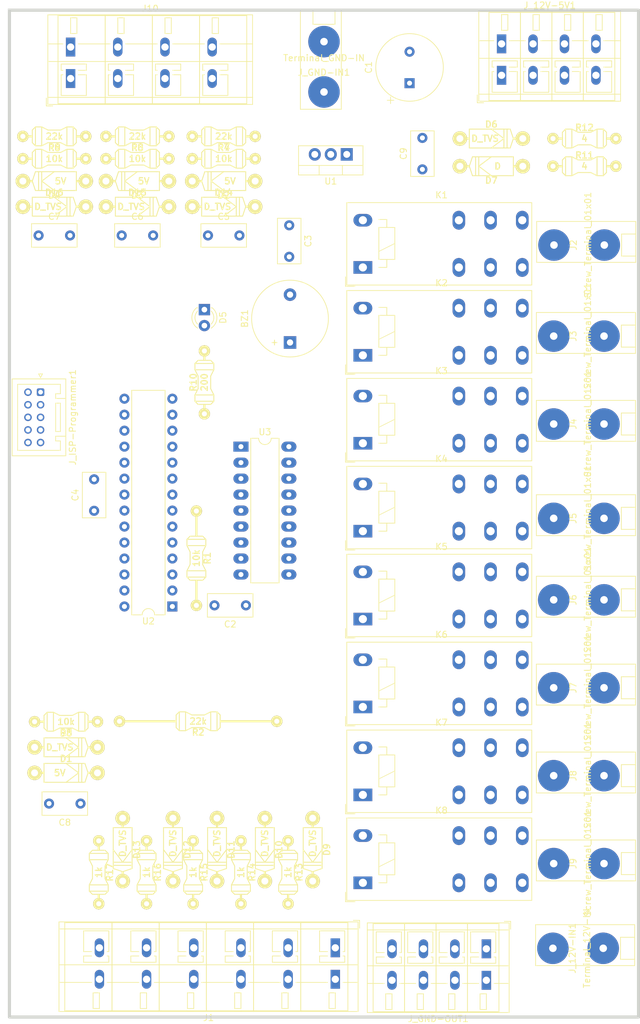
<source format=kicad_pcb>
(kicad_pcb (version 20211014) (generator pcbnew)
  (layers (0 "F.Cu" signal) (31 "B.Cu" signal) (34 "B.Paste" user) (35 "F.Paste" user) (36 "B.SilkS" user "B.Silkscreen") (37 "F.SilkS" user "F.Silkscreen") (38 "B.Mask" user) (39 "F.Mask" user) (44 "Edge.Cuts" user))
  (net 0 "")
  (net 1 "/PB6 (buzzer)")
  (net 2 "GND")
  (net 3 "+12V")
  (net 4 "/PC6 Reset")
  (net 5 "+5V")
  (net 6 "/PC0 (analog in U_supply)")
  (net 7 "/PB1 (in)")
  (net 8 "/PB0 (in)")
  (net 9 "/PC5 (in)")
  (net 10 "/PC4 (in)")
  (net 11 "Net-(J2-Pad1)")
  (net 12 "Net-(J3-Pad1)")
  (net 13 "Net-(J4-Pad1)")
  (net 14 "Net-(J5-Pad1)")
  (net 15 "Net-(J6-Pad1)")
  (net 16 "Net-(J7-Pad1)")
  (net 17 "Net-(J8-Pad1)")
  (net 18 "Net-(J9-Pad1)")
  (net 19 "/PB3 (MOSI)")
  (net 20 "/PB5 (SCK)")
  (net 21 "/PB4 (MISO)")
  (net 23 "Net-(K1-PadA2)")
  (net 25 "Net-(K2-PadA2)")
  (net 27 "Net-(K3-PadA2)")
  (net 29 "Net-(K4-PadA2)")
  (net 31 "Net-(K5-PadA2)")
  (net 33 "Net-(K6-PadA2)")
  (net 35 "Net-(K7-PadA2)")
  (net 38 "Net-(K8-PadA2)")
  (net 39 "/PC1 (in pulldown)")
  (net 40 "/PC2 (in pulldown)")
  (net 41 "/PC3 (in pulldown)")
  (net 42 "/PB7 (led)")
  (net 43 "/PB2 (in)")
  (net 44 "/PD0 - (ULN-I8)")
  (net 45 "/PD1 - (ULN-I7)")
  (net 46 "/PD2 - (ULN-I6)")
  (net 47 "/PD3 - (ULN-I5)")
  (net 48 "/PD4 - (ULN-I4)")
  (net 49 "/PD7 - (ULN-I1)")
  (net 50 "Net-(C1-Pad1)")
  (net 51 "Net-(D6-Pad1)")
  (net 52 "Net-(R13-Pad2)")
  (net 53 "Net-(R14-Pad2)")
  (net 54 "Net-(R15-Pad2)")
  (net 55 "Net-(R16-Pad2)")
  (net 56 "Net-(R17-Pad2)")
  (net 57 "Net-(J10-Pad1)")
  (net 58 "Net-(J10-Pad2)")
  (net 59 "Net-(J10-Pad3)")
  (net 60 "Net-(D5-Pad2)")
  (net 61 "/PB7 - (ULN-I2)")
  (net 62 "/PB6 - (ULN-I3)")
  (footprint "custom_footprints:my_D10_11" (layer "F.Cu") (at 85.344 42.164 180)
    (fp_text reference "D3" (at 0 -2.25) (layer "F.SilkS") (effects (font (thickness 0.2))))
    (fp_text value "5V" (at -1 0) (layer "F.SilkS") (effects (font (thickness 0.2))))
    (pad "1" thru_hole circle locked (at 5 0 180) (size 2.3 2.3) (drill 1.1) (layers *.Cu *.Mask "F.SilkS") (net 40 "/PC2 (in pulldown)"))
    (pad "2" thru_hole circle locked (at -5 0 180) (size 2.3 2.3) (drill 1.1) (layers *.Cu *.Mask "F.SilkS") (net 2 "GND"))
  )
  (footprint "Relay_THT:Relay_SPDT_Schrack-RT1-16A-FormC_RM5mm" (layer "F.Cu") (at 121.178 153.67)
    (fp_text reference "K8" (at 12.5 -11.5) (layer "F.SilkS"))
    (fp_text value "RT314A24")
    (pad "11" thru_hole oval (at 20.3 -7.5 180) (size 2 3) (drill 1.3) (layers *.Cu *.Mask))
    (pad "11" thru_hole oval (at 20.3 0 180) (size 2 3) (drill 1.3) (layers *.Cu *.Mask))
    (pad "12" thru_hole oval (at 15.26 0 180) (size 2 3) (drill 1.3) (layers *.Cu *.Mask))
    (pad "12" thru_hole oval (at 15.26 -7.5 180) (size 2 3) (drill 1.3) (layers *.Cu *.Mask))
    (pad "14" thru_hole oval (at 25.34 0 180) (size 2 3) (drill 1.3) (layers *.Cu *.Mask) (net 18 "Net-(J9-Pad1)"))
    (pad "14" thru_hole oval (at 25.34 -7.5 180) (size 2 3) (drill 1.3) (layers *.Cu *.Mask) (net 18 "Net-(J9-Pad1)"))
    (pad "A1" thru_hole rect (at 0 0 180) (size 3 2) (drill 1.3) (layers *.Cu *.Mask) (net 3 "+12V"))
    (pad "A2" thru_hole oval (at 0 -7.5 180) (size 3 2) (drill 1.3) (layers *.Cu *.Mask) (net 38 "Net-(K8-PadA2)"))
  )
  (footprint "custom_footprints:my_R10" (layer "F.Cu") (at 85.344 38.608)
    (fp_text reference "R5" (at 0 -1.75) (layer "F.SilkS") (effects (font (thickness 0.2))))
    (fp_text value "10k" (at 0 0) (layer "F.SilkS") (effects (font (thickness 0.2))))
    (pad "1" thru_hole circle locked (at -5 0) (size 1.8 1.8) (drill 0.8) (layers *.Cu *.Mask "F.SilkS") (net 40 "/PC2 (in pulldown)"))
    (pad "2" thru_hole circle locked (at 5 0) (size 1.8 1.8) (drill 0.8) (layers *.Cu *.Mask "F.SilkS") (net 2 "GND"))
  )
  (footprint "custom_footprints:my_R10" (layer "F.Cu") (at 109.3 152 -90)
    (fp_text reference "R13" (at 0 -1.75 90) (layer "F.SilkS") (effects (font (thickness 0.2))))
    (fp_text value "1k" (at 0 0 90) (layer "F.SilkS") (effects (font (thickness 0.2))))
    (pad "1" thru_hole circle locked (at -5 0 270) (size 1.8 1.8) (drill 0.8) (layers *.Cu *.Mask "F.SilkS") (net 10 "/PC4 (in)"))
    (pad "2" thru_hole circle locked (at 5 0 270) (size 1.8 1.8) (drill 0.8) (layers *.Cu *.Mask "F.SilkS") (net 52 "Net-(R13-Pad2)"))
  )
  (footprint "Relay_THT:Relay_SPDT_Schrack-RT1-16A-FormC_RM5mm" (layer "F.Cu") (at 121.178 125.73)
    (fp_text reference "K6" (at 12.5 -11.5) (layer "F.SilkS"))
    (fp_text value "RT314A24")
    (pad "11" thru_hole oval (at 20.3 0 180) (size 2 3) (drill 1.3) (layers *.Cu *.Mask) (net 3 "+12V"))
    (pad "11" thru_hole oval (at 20.3 -7.5 180) (size 2 3) (drill 1.3) (layers *.Cu *.Mask) (net 3 "+12V"))
    (pad "12" thru_hole oval (at 15.26 -7.5 180) (size 2 3) (drill 1.3) (layers *.Cu *.Mask))
    (pad "12" thru_hole oval (at 15.26 0 180) (size 2 3) (drill 1.3) (layers *.Cu *.Mask))
    (pad "14" thru_hole oval (at 25.34 0 180) (size 2 3) (drill 1.3) (layers *.Cu *.Mask) (net 16 "Net-(J7-Pad1)"))
    (pad "14" thru_hole oval (at 25.34 -7.5 180) (size 2 3) (drill 1.3) (layers *.Cu *.Mask) (net 16 "Net-(J7-Pad1)"))
    (pad "A1" thru_hole rect (at 0 0 180) (size 3 2) (drill 1.3) (layers *.Cu *.Mask) (net 3 "+12V"))
    (pad "A2" thru_hole oval (at 0 -7.5 180) (size 3 2) (drill 1.3) (layers *.Cu *.Mask) (net 33 "Net-(K6-PadA2)"))
  )
  (footprint "custom_footprints:my_KlemmeWago2604-single" (layer "F.Cu") (at 159.512 150.614 -90)
    (fp_text reference "J9" (at 0 4.9 90) (layer "F.SilkS"))
    (fp_text value "Screw_Terminal_01x01" (at 0 2.6 90) (layer "F.SilkS"))
    (pad "1" thru_hole circle (at 0 0 270) (size 5 5) (drill 1.2) (layers *.Cu *.Mask) (net 18 "Net-(J9-Pad1)"))
    (pad "1" thru_hole circle (at 0 8 270) (size 5 5) (drill 1.2) (layers *.Cu *.Mask) (net 18 "Net-(J9-Pad1)"))
  )
  (footprint "LED_THT:LED_D3.0mm" (layer "F.Cu") (at 95.99 62.585 -90)
    (fp_text reference "D5" (at 1.27 -2.96 90) (layer "F.SilkS"))
    (fp_text value "LED")
    (pad "1" thru_hole rect (at 0 0 270) (size 1.8 1.8) (drill 0.9) (layers *.Cu *.Mask) (net 2 "GND"))
    (pad "2" thru_hole circle (at 2.54 0 270) (size 1.8 1.8) (drill 0.9) (layers *.Cu *.Mask) (net 60 "Net-(D5-Pad2)"))
  )
  (footprint "Capacitor_THT:CP_Radial_Tantal_D10.5mm_P5.00mm" (layer "F.Cu") (at 128.6 26.6 90)
    (fp_text reference "C1" (at 2.5 -6.5 90) (layer "F.SilkS"))
    (fp_text value "100uF")
    (pad "1" thru_hole rect (at 0 0 90) (size 1.6 1.6) (drill 0.8) (layers *.Cu *.Mask) (net 50 "Net-(C1-Pad1)"))
    (pad "2" thru_hole circle (at 5 0 90) (size 1.6 1.6) (drill 0.8) (layers *.Cu *.Mask) (net 2 "GND"))
  )
  (footprint "Package_DIP:DIP-28_W7.62mm" (layer "F.Cu") (at 90.9 109.76 180)
    (fp_text reference "U2" (at 3.81 -2.33) (layer "F.SilkS"))
    (fp_text value "ATmega8-16P")
    (pad "1" thru_hole rect (at 0 0 180) (size 1.6 1.6) (drill 0.8) (layers *.Cu *.Mask) (net 4 "/PC6 Reset"))
    (pad "2" thru_hole oval (at 0 2.54 180) (size 1.6 1.6) (drill 0.8) (layers *.Cu *.Mask) (net 44 "/PD0 - (ULN-I8)"))
    (pad "3" thru_hole oval (at 0 5.08 180) (size 1.6 1.6) (drill 0.8) (layers *.Cu *.Mask) (net 45 "/PD1 - (ULN-I7)"))
    (pad "4" thru_hole oval (at 0 7.62 180) (size 1.6 1.6) (drill 0.8) (layers *.Cu *.Mask) (net 46 "/PD2 - (ULN-I6)"))
    (pad "5" thru_hole oval (at 0 10.16 180) (size 1.6 1.6) (drill 0.8) (layers *.Cu *.Mask) (net 47 "/PD3 - (ULN-I5)"))
    (pad "6" thru_hole oval (at 0 12.7 180) (size 1.6 1.6) (drill 0.8) (layers *.Cu *.Mask) (net 48 "/PD4 - (ULN-I4)"))
    (pad "7" thru_hole oval (at 0 15.24 180) (size 1.6 1.6) (drill 0.8) (layers *.Cu *.Mask) (net 5 "+5V"))
    (pad "8" thru_hole oval (at 0 17.78 180) (size 1.6 1.6) (drill 0.8) (layers *.Cu *.Mask) (net 2 "GND"))
    (pad "9" thru_hole oval (at 0 20.32 180) (size 1.6 1.6) (drill 0.8) (layers *.Cu *.Mask) (net 62 "/PB6 - (ULN-I3)"))
    (pad "10" thru_hole oval (at 0 22.86 180) (size 1.6 1.6) (drill 0.8) (layers *.Cu *.Mask) (net 61 "/PB7 - (ULN-I2)"))
    (pad "11" thru_hole oval (at 0 25.4 180) (size 1.6 1.6) (drill 0.8) (layers *.Cu *.Mask) (net 49 "/PD7 - (ULN-I1)"))
    (pad "12" thru_hole oval (at 0 27.94 180) (size 1.6 1.6) (drill 0.8) (layers *.Cu *.Mask) (net 1 "/PB6 (buzzer)"))
    (pad "13" thru_hole oval (at 0 30.48 180) (size 1.6 1.6) (drill 0.8) (layers *.Cu *.Mask) (net 42 "/PB7 (led)"))
    (pad "14" thru_hole oval (at 0 33.02 180) (size 1.6 1.6) (drill 0.8) (layers *.Cu *.Mask) (net 39 "/PC1 (in pulldown)"))
    (pad "15" thru_hole oval (at 7.62 33.02 180) (size 1.6 1.6) (drill 0.8) (layers *.Cu *.Mask) (net 40 "/PC2 (in pulldown)"))
    (pad "16" thru_hole oval (at 7.62 30.48 180) (size 1.6 1.6) (drill 0.8) (layers *.Cu *.Mask) (net 41 "/PC3 (in pulldown)"))
    (pad "17" thru_hole oval (at 7.62 27.94 180) (size 1.6 1.6) (drill 0.8) (layers *.Cu *.Mask) (net 19 "/PB3 (MOSI)"))
    (pad "18" thru_hole oval (at 7.62 25.4 180) (size 1.6 1.6) (drill 0.8) (layers *.Cu *.Mask) (net 21 "/PB4 (MISO)"))
    (pad "19" thru_hole oval (at 7.62 22.86 180) (size 1.6 1.6) (drill 0.8) (layers *.Cu *.Mask) (net 20 "/PB5 (SCK)"))
    (pad "20" thru_hole oval (at 7.62 20.32 180) (size 1.6 1.6) (drill 0.8) (layers *.Cu *.Mask) (net 5 "+5V"))
    (pad "21" thru_hole oval (at 7.62 17.78 180) (size 1.6 1.6) (drill 0.8) (layers *.Cu *.Mask) (net 5 "+5V"))
    (pad "22" thru_hole oval (at 7.62 15.24 180) (size 1.6 1.6) (drill 0.8) (layers *.Cu *.Mask) (net 2 "GND"))
    (pad "23" thru_hole oval (at 7.62 12.7 180) (size 1.6 1.6) (drill 0.8) (layers *.Cu *.Mask) (net 6 "/PC0 (analog in U_supply)"))
    (pad "24" thru_hole oval (at 7.62 10.16 180) (size 1.6 1.6) (drill 0.8) (layers *.Cu *.Mask) (net 43 "/PB2 (in)"))
    (pad "25" thru_hole oval (at 7.62 7.62 180) (size 1.6 1.6) (drill 0.8) (layers *.Cu *.Mask) (net 7 "/PB1 (in)"))
    (pad "26" thru_hole oval (at 7.62 5.08 180) (size 1.6 1.6) (drill 0.8) (layers *.Cu *.Mask) (net 8 "/PB0 (in)"))
    (pad "27" thru_hole oval (at 7.62 2.54 180) (size 1.6 1.6) (drill 0.8) (layers *.Cu *.Mask) (net 9 "/PC5 (in)"))
    (pad "28" thru_hole oval (at 7.62 0 180) (size 1.6 1.6) (drill 0.8) (layers *.Cu *.Mask) (net 10 "/PC4 (in)"))
  )
  (footprint "Capacitor_THT:C_Rect_L7.0mm_W3.5mm_P5.00mm" (layer "F.Cu") (at 130.641 40.3 90)
    (fp_text reference "C9" (at 2.5 -3 90) (layer "F.SilkS"))
    (fp_text value "0.3uF")
    (pad "1" thru_hole circle (at 0 0 90) (size 1.6 1.6) (drill 0.8) (layers *.Cu *.Mask) (net 50 "Net-(C1-Pad1)"))
    (pad "2" thru_hole circle (at 5 0 90) (size 1.6 1.6) (drill 0.8) (layers *.Cu *.Mask) (net 2 "GND"))
  )
  (footprint "custom_footprints:my_R10" (layer "F.Cu") (at 72.136 35.052 180)
    (fp_text reference "R9" (at 0 -1.75) (layer "F.SilkS") (effects (font (thickness 0.2))))
    (fp_text value "22k" (at 0 0) (layer "F.SilkS") (effects (font (thickness 0.2))))
    (pad "1" thru_hole circle locked (at -5 0 180) (size 1.8 1.8) (drill 0.8) (layers *.Cu *.Mask "F.SilkS") (net 57 "Net-(J10-Pad1)"))
    (pad "2" thru_hole circle locked (at 5 0 180) (size 1.8 1.8) (drill 0.8) (layers *.Cu *.Mask "F.SilkS") (net 41 "/PC3 (in pulldown)"))
  )
  (footprint "custom_footprints:my_R10" (layer "F.Cu") (at 99.06 38.608)
    (fp_text reference "R4" (at 0 -1.75) (layer "F.SilkS") (effects (font (thickness 0.2))))
    (fp_text value "10k" (at 0 0) (layer "F.SilkS") (effects (font (thickness 0.2))))
    (pad "1" thru_hole circle locked (at -5 0) (size 1.8 1.8) (drill 0.8) (layers *.Cu *.Mask "F.SilkS") (net 39 "/PC1 (in pulldown)"))
    (pad "2" thru_hole circle locked (at 5 0) (size 1.8 1.8) (drill 0.8) (layers *.Cu *.Mask "F.SilkS") (net 2 "GND"))
  )
  (footprint "Capacitor_THT:C_Rect_L7.0mm_W3.5mm_P5.00mm" (layer "F.Cu") (at 102.594 109.58 180)
    (fp_text reference "C2" (at 2.5 -3) (layer "F.SilkS"))
    (fp_text value "100nF")
    (pad "1" thru_hole circle (at 0 0 180) (size 1.6 1.6) (drill 0.8) (layers *.Cu *.Mask) (net 2 "GND"))
    (pad "2" thru_hole circle (at 5 0 180) (size 1.6 1.6) (drill 0.8) (layers *.Cu *.Mask) (net 4 "/PC6 Reset"))
  )
  (footprint "Connector_JST:JST_PUD_B10B-PUDSS_2x05_P2.00mm_Vertical" (layer "F.Cu") (at 69.951 75.7035 -90)
    (fp_text reference "J_ISP-Programmer1" (at 4 -5.1 90) (layer "F.SilkS"))
    (fp_text value "Conn_02x05_Odd_Even")
    (pad "1" thru_hole roundrect (at 0 0 270) (size 1.2 1.2) (drill 0.75) (layers *.Cu *.Mask) (roundrect_rratio 0.208333) (net 19 "/PB3 (MOSI)"))
    (pad "2" thru_hole circle (at 0 2 270) (size 1.2 1.2) (drill 0.75) (layers *.Cu *.Mask) (net 5 "+5V"))
    (pad "3" thru_hole circle (at 2 0 270) (size 1.2 1.2) (drill 0.75) (layers *.Cu *.Mask) (net 2 "GND"))
    (pad "4" thru_hole circle (at 2 2 270) (size 1.2 1.2) (drill 0.75) (layers *.Cu *.Mask) (net 2 "GND"))
    (pad "5" thru_hole circle (at 4 0 270) (size 1.2 1.2) (drill 0.75) (layers *.Cu *.Mask) (net 4 "/PC6 Reset"))
    (pad "6" thru_hole circle (at 4 2 270) (size 1.2 1.2) (drill 0.75) (layers *.Cu *.Mask) (net 2 "GND"))
    (pad "7" thru_hole circle (at 6 0 270) (size 1.2 1.2) (drill 0.75) (layers *.Cu *.Mask) (net 20 "/PB5 (SCK)"))
    (pad "8" thru_hole circle (at 6 2 270) (size 1.2 1.2) (drill 0.75) (layers *.Cu *.Mask) (net 2 "GND"))
    (pad "9" thru_hole circle (at 8 0 270) (size 1.2 1.2) (drill 0.75) (layers *.Cu *.Mask) (net 21 "/PB4 (MISO)"))
    (pad "10" thru_hole circle (at 8 2 270) (size 1.2 1.2) (drill 0.75) (layers *.Cu *.Mask) (net 2 "GND"))
  )
  (footprint "custom_footprints:my_R10" (layer "F.Cu") (at 156.4 35.4)
    (fp_text reference "R12" (at 0 -1.75) (layer "F.SilkS") (effects (font (thickness 0.2))))
    (fp_text value "4" (at 0 0) (layer "F.SilkS") (effects (font (thickness 0.2))))
    (pad "1" thru_hole circle locked (at -5 0) (size 1.8 1.8) (drill 0.8) (layers *.Cu *.Mask "F.SilkS") (net 51 "Net-(D6-Pad1)"))
    (pad "2" thru_hole circle locked (at 5 0) (size 1.8 1.8) (drill 0.8) (layers *.Cu *.Mask "F.SilkS") (net 3 "+12V"))
  )
  (footprint "custom_footprints:my_KlemmeWago2604-single" (layer "F.Cu") (at 159.512 122.674 -90)
    (fp_text reference "J7" (at 0 4.9 90) (layer "F.SilkS"))
    (fp_text value "Screw_Terminal_01x01" (at 0 2.6 90) (layer "F.SilkS"))
    (pad "1" thru_hole circle (at 0 0 270) (size 5 5) (drill 1.2) (layers *.Cu *.Mask) (net 16 "Net-(J7-Pad1)"))
    (pad "1" thru_hole circle (at 0 8 270) (size 5 5) (drill 1.2) (layers *.Cu *.Mask) (net 16 "Net-(J7-Pad1)"))
  )
  (footprint "custom_footprints:my_D10_11" (layer "F.Cu") (at 141.6 35.4)
    (fp_text reference "D6" (at 0 -2.25) (layer "F.SilkS") (effects (font (thickness 0.2))))
    (fp_text value "D_TVS" (at -1 0) (layer "F.SilkS") (effects (font (thickness 0.2))))
    (pad "1" thru_hole circle locked (at 5 0) (size 2.3 2.3) (drill 1.1) (layers *.Cu *.Mask "F.SilkS") (net 51 "Net-(D6-Pad1)"))
    (pad "2" thru_hole circle locked (at -5 0) (size 2.3 2.3) (drill 1.1) (layers *.Cu *.Mask "F.SilkS") (net 2 "GND"))
  )
  (footprint "Relay_THT:Relay_SPDT_Schrack-RT1-16A-FormC_RM5mm" (layer "F.Cu") (at 121.178 97.79)
    (fp_text reference "K4" (at 12.5 -11.5) (layer "F.SilkS"))
    (fp_text value "RT314A24")
    (pad "11" thru_hole oval (at 20.3 0 180) (size 2 3) (drill 1.3) (layers *.Cu *.Mask) (net 3 "+12V"))
    (pad "11" thru_hole oval (at 20.3 -7.5 180) (size 2 3) (drill 1.3) (layers *.Cu *.Mask) (net 3 "+12V"))
    (pad "12" thru_hole oval (at 15.26 -7.5 180) (size 2 3) (drill 1.3) (layers *.Cu *.Mask))
    (pad "12" thru_hole oval (at 15.26 0 180) (size 2 3) (drill 1.3) (layers *.Cu *.Mask))
    (pad "14" thru_hole oval (at 25.34 -7.5 180) (size 2 3) (drill 1.3) (layers *.Cu *.Mask) (net 14 "Net-(J5-Pad1)"))
    (pad "14" thru_hole oval (at 25.34 0 180) (size 2 3) (drill 1.3) (layers *.Cu *.Mask) (net 14 "Net-(J5-Pad1)"))
    (pad "A1" thru_hole rect (at 0 0 180) (size 3 2) (drill 1.3) (layers *.Cu *.Mask) (net 3 "+12V"))
    (pad "A2" thru_hole oval (at 0 -7.5 180) (size 3 2) (drill 1.3) (layers *.Cu *.Mask) (net 29 "Net-(K4-PadA2)"))
  )
  (footprint "Relay_THT:Relay_SPDT_Schrack-RT1-16A-FormC_RM5mm" (layer "F.Cu") (at 121.178 55.88)
    (fp_text reference "K1" (at 12.5 -11.5) (layer "F.SilkS"))
    (fp_text value "RT314A24")
    (pad "11" thru_hole oval (at 20.3 0 180) (size 2 3) (drill 1.3) (layers *.Cu *.Mask) (net 3 "+12V"))
    (pad "11" thru_hole oval (at 20.3 -7.5 180) (size 2 3) (drill 1.3) (layers *.Cu *.Mask) (net 3 "+12V"))
    (pad "12" thru_hole oval (at 15.26 0 180) (size 2 3) (drill 1.3) (layers *.Cu *.Mask))
    (pad "12" thru_hole oval (at 15.26 -7.5 180) (size 2 3) (drill 1.3) (layers *.Cu *.Mask))
    (pad "14" thru_hole oval (at 25.34 0 180) (size 2 3) (drill 1.3) (layers *.Cu *.Mask) (net 11 "Net-(J2-Pad1)"))
    (pad "14" thru_hole oval (at 25.34 -7.5 180) (size 2 3) (drill 1.3) (layers *.Cu *.Mask) (net 11 "Net-(J2-Pad1)"))
    (pad "A1" thru_hole rect (at 0 0 180) (size 3 2) (drill 1.3) (layers *.Cu *.Mask) (net 3 "+12V"))
    (pad "A2" thru_hole oval (at 0 -7.5 180) (size 3 2) (drill 1.3) (layers *.Cu *.Mask) (net 23 "Net-(K1-PadA2)"))
  )
  (footprint "custom_footprints:my_D10_11" (layer "F.Cu") (at 141.6 39.8 180)
    (fp_text reference "D7" (at 0 -2.25) (layer "F.SilkS") (effects (font (thickness 0.2))))
    (fp_text value "D" (at -1 0) (layer "F.SilkS") (effects (font (thickness 0.2))))
    (pad "1" thru_hole circle locked (at 5 0 180) (size 2.3 2.3) (drill 1.1) (layers *.Cu *.Mask "F.SilkS") (net 50 "Net-(C1-Pad1)"))
    (pad "2" thru_hole circle locked (at -5 0 180) (size 2.3 2.3) (drill 1.1) (layers *.Cu *.Mask "F.SilkS") (net 51 "Net-(D6-Pad1)"))
  )
  (footprint "custom_footprints:my_KlemmeWago2604-single" (layer "F.Cu") (at 115 20)
    (fp_text reference "J_GND-IN1" (at 0 4.9) (layer "F.SilkS"))
    (fp_text value "Terminal_GND-IN" (at 0 2.6) (layer "F.SilkS"))
    (pad "1" thru_hole circle (at 0 0) (size 5 5) (drill 1.2) (layers *.Cu *.Mask) (net 2 "GND"))
    (pad "1" thru_hole circle (at 0 8) (size 5 5) (drill 1.2) (layers *.Cu *.Mask) (net 2 "GND"))
  )
  (footprint "Capacitor_THT:C_Rect_L7.0mm_W3.5mm_P5.00mm" (layer "F.Cu") (at 96.56 50.8)
    (fp_text reference "C5" (at 2.5 -3) (layer "F.SilkS"))
    (fp_text value "100nF")
    (pad "1" thru_hole circle (at 0 0) (size 1.6 1.6) (drill 0.8) (layers *.Cu *.Mask) (net 39 "/PC1 (in pulldown)"))
    (pad "2" thru_hole circle (at 5 0) (size 1.6 1.6) (drill 0.8) (layers *.Cu *.Mask) (net 2 "GND"))
  )
  (footprint "Capacitor_THT:C_Rect_L7.0mm_W3.5mm_P5.00mm" (layer "F.Cu") (at 82.844 50.8)
    (fp_text reference "C6" (at 2.5 -3) (layer "F.SilkS"))
    (fp_text value "100nF")
    (pad "1" thru_hole circle (at 0 0) (size 1.6 1.6) (drill 0.8) (layers *.Cu *.Mask) (net 40 "/PC2 (in pulldown)"))
    (pad "2" thru_hole circle (at 5 0) (size 1.6 1.6) (drill 0.8) (layers *.Cu *.Mask) (net 2 "GND"))
  )
  (footprint "custom_footprints:my_D10_11" (layer "F.Cu") (at 85.344 46.228)
    (fp_text reference "D15" (at 0 -2.25) (layer "F.SilkS") (effects (font (thickness 0.2))))
    (fp_text value "D_TVS" (at -1 0) (layer "F.SilkS") (effects (font (thickness 0.2))))
    (pad "1" thru_hole circle locked (at 5 0) (size 2.3 2.3) (drill 1.1) (layers *.Cu *.Mask "F.SilkS") (net 2 "GND"))
    (pad "2" thru_hole circle locked (at -5 0) (size 2.3 2.3) (drill 1.1) (layers *.Cu *.Mask "F.SilkS") (net 40 "/PC2 (in pulldown)"))
  )
  (footprint "custom_footprints:my_KlemmeWago2604-single" (layer "F.Cu") (at 159.512 66.794 -90)
    (fp_text reference "J3" (at 0 4.9 90) (layer "F.SilkS"))
    (fp_text value "Screw_Terminal_01x01" (at 0 2.6 90) (layer "F.SilkS"))
    (pad "1" thru_hole circle (at 0 8 270) (size 5 5) (drill 1.2) (layers *.Cu *.Mask) (net 12 "Net-(J3-Pad1)"))
    (pad "1" thru_hole circle (at 0 0 270) (size 5 5) (drill 1.2) (layers *.Cu *.Mask) (net 12 "Net-(J3-Pad1)"))
  )
  (footprint "custom_footprints:my_R10" (layer "F.Cu") (at 95.99 74.147 90)
    (fp_text reference "R10" (at 0 -1.75 90) (layer "F.SilkS") (effects (font (thickness 0.2))))
    (fp_text value "200" (at 0 0 90) (layer "F.SilkS") (effects (font (thickness 0.2))))
    (pad "1" thru_hole circle locked (at -5 0 90) (size 1.8 1.8) (drill 0.8) (layers *.Cu *.Mask "F.SilkS") (net 42 "/PB7 (led)"))
    (pad "2" thru_hole circle locked (at 5 0 90) (size 1.8 1.8) (drill 0.8) (layers *.Cu *.Mask "F.SilkS") (net 60 "Net-(D5-Pad2)"))
  )
  (footprint "custom_footprints:my_R10" (layer "F.Cu") (at 79.2 152 -90)
    (fp_text reference "R17" (at 0 -1.75 90) (layer "F.SilkS") (effects (font (thickness 0.2))))
    (fp_text value "1k" (at 0 0 90) (layer "F.SilkS") (effects (font (thickness 0.2))))
    (pad "1" thru_hole circle locked (at -5 0 270) (size 1.8 1.8) (drill 0.8) (layers *.Cu *.Mask "F.SilkS") (net 43 "/PB2 (in)"))
    (pad "2" thru_hole circle locked (at 5 0 270) (size 1.8 1.8) (drill 0.8) (layers *.Cu *.Mask "F.SilkS") (net 56 "Net-(R17-Pad2)"))
  )
  (footprint "custom_footprints:my_R10" (layer "F.Cu") (at 86.8 152 -90)
    (fp_text reference "R16" (at 0 -1.75 90) (layer "F.SilkS") (effects (font (thickness 0.2))))
    (fp_text value "1k" (at 0 0 90) (layer "F.SilkS") (effects (font (thickness 0.2))))
    (pad "1" thru_hole circle locked (at -5 0 270) (size 1.8 1.8) (drill 0.8) (layers *.Cu *.Mask "F.SilkS") (net 7 "/PB1 (in)"))
    (pad "2" thru_hole circle locked (at 5 0 270) (size 1.8 1.8) (drill 0.8) (layers *.Cu *.Mask "F.SilkS") (net 55 "Net-(R16-Pad2)"))
  )
  (footprint "Relay_THT:Relay_SPDT_Schrack-RT1-16A-FormC_RM5mm" (layer "F.Cu") (at 121.178 139.7)
    (fp_text reference "K7" (at 12.5 -11.5) (layer "F.SilkS"))
    (fp_text value "RT314A24")
    (pad "11" thru_hole oval (at 20.3 0 180) (size 2 3) (drill 1.3) (layers *.Cu *.Mask) (net 3 "+12V"))
    (pad "11" thru_hole oval (at 20.3 -7.5 180) (size 2 3) (drill 1.3) (layers *.Cu *.Mask) (net 3 "+12V"))
    (pad "12" thru_hole oval (at 15.26 0 180) (size 2 3) (drill 1.3) (layers *.Cu *.Mask))
    (pad "12" thru_hole oval (at 15.26 -7.5 180) (size 2 3) (drill 1.3) (layers *.Cu *.Mask))
    (pad "14" thru_hole oval (at 25.34 0 180) (size 2 3) (drill 1.3) (layers *.Cu *.Mask) (net 17 "Net-(J8-Pad1)"))
    (pad "14" thru_hole oval (at 25.34 -7.5 180) (size 2 3) (drill 1.3) (layers *.Cu *.Mask) (net 17 "Net-(J8-Pad1)"))
    (pad "A1" thru_hole rect (at 0 0 180) (size 3 2) (drill 1.3) (layers *.Cu *.Mask) (net 3 "+12V"))
    (pad "A2" thru_hole oval (at 0 -7.5 180) (size 3 2) (drill 1.3) (layers *.Cu *.Mask) (net 35 "Net-(K7-PadA2)"))
  )
  (footprint "custom_footprints:my_D10_11" (layer "F.Cu") (at 113.2 148.4 -90)
    (fp_text reference "D9" (at 0 -2.25 90) (layer "F.SilkS") (effects (font (thickness 0.2))))
    (fp_text value "D_TVS" (at -1 0 90) (layer "F.SilkS") (effects (font (thickness 0.2))))
    (pad "1" thru_hole circle locked (at 5 0 270) (size 2.3 2.3) (drill 1.1) (layers *.Cu *.Mask "F.SilkS") (net 2 "GND"))
    (pad "2" thru_hole circle locked (at -5 0 270) (size 2.3 2.3) (drill 1.1) (layers *.Cu *.Mask "F.SilkS") (net 10 "/PC4 (in)"))
  )
  (footprint "custom_footprints:my_R10" (layer "F.Cu") (at 94.2 152 -90)
    (fp_text reference "R15" (at 0 -1.75 90) (layer "F.SilkS") (effects (font (thickness 0.2))))
    (fp_text value "1k" (at 0 0 90) (layer "F.SilkS") (effects (font (thickness 0.2))))
    (pad "1" thru_hole circle locked (at -5 0 270) (size 1.8 1.8) (drill 0.8) (layers *.Cu *.Mask "F.SilkS") (net 8 "/PB0 (in)"))
    (pad "2" thru_hole circle locked (at 5 0 270) (size 1.8 1.8) (drill 0.8) (layers *.Cu *.Mask "F.SilkS") (net 54 "Net-(R15-Pad2)"))
  )
  (footprint "Capacitor_THT:C_Rect_L7.0mm_W3.5mm_P5.00mm" (layer "F.Cu") (at 109.474 49.189 -90)
    (fp_text reference "C3" (at 2.5 -3 90) (layer "F.SilkS"))
    (fp_text value "100nF")
    (pad "1" thru_hole circle (at 0 0 270) (size 1.6 1.6) (drill 0.8) (layers *.Cu *.Mask) (net 5 "+5V"))
    (pad "2" thru_hole circle (at 5 0 270) (size 1.6 1.6) (drill 0.8) (layers *.Cu *.Mask) (net 2 "GND"))
  )
  (footprint "custom_footprints:my_KlemmeWago2604-single" (layer "F.Cu") (at 159.384 164.076 -90)
    (fp_text reference "J_12V-IN1" (at 0 4.9 90) (layer "F.SilkS"))
    (fp_text value "Terminal_12V-IN" (at 0 2.6 90) (layer "F.SilkS"))
    (pad "1" thru_hole circle (at 0 8 270) (size 5 5) (drill 1.2) (layers *.Cu *.Mask) (net 3 "+12V"))
    (pad "1" thru_hole circle (at 0 0 270) (size 5 5) (drill 1.2) (layers *.Cu *.Mask) (net 3 "+12V"))
  )
  (footprint "TerminalBlock_WAGO:TerminalBlock_WAGO_236-404_1x04_P5.00mm_45Degree" (layer "F.Cu") (at 143.226 20.352)
    (fp_text reference "J_12V-5V1" (at 7.65 -6.12) (layer "F.SilkS"))
    (fp_text value "Screw_Terminal_01x04")
    (pad "1" thru_hole rect (at 0 5) (size 1.5 3) (drill 1.15) (layers *.Cu *.Mask) (net 3 "+12V"))
    (pad "1" thru_hole rect (at 0 0) (size 1.5 3) (drill 1.15) (layers *.Cu *.Mask) (net 3 "+12V"))
    (pad "2" thru_hole oval (at 5 0) (size 1.5 3) (drill 1.15) (layers *.Cu *.Mask) (net 3 "+12V"))
    (pad "2" thru_hole oval (at 5 5) (size 1.5 3) (drill 1.15) (layers *.Cu *.Mask) (net 3 "+12V"))
    (pad "3" thru_hole oval (at 10 0) (size 1.5 3) (drill 1.15) (layers *.Cu *.Mask) (net 5 "+5V"))
    (pad "3" thru_hole oval (at 10 5) (size 1.5 3) (drill 1.15) (layers *.Cu *.Mask) (net 5 "+5V"))
    (pad "4" thru_hole oval (at 15 0) (size 1.5 3) (drill 1.15) (layers *.Cu *.Mask) (net 5 "+5V"))
    (pad "4" thru_hole oval (at 15 5) (size 1.5 3) (drill 1.15) (layers *.Cu *.Mask) (net 5 "+5V"))
  )
  (footprint "Relay_THT:Relay_SPDT_Schrack-RT1-16A-FormC_RM5mm" (layer "F.Cu") (at 121.178 69.85)
    (fp_text reference "K2" (at 12.5 -11.5) (layer "F.SilkS"))
    (fp_text value "RT314A24")
    (pad "11" thru_hole oval (at 20.3 -7.5 180) (size 2 3) (drill 1.3) (layers *.Cu *.Mask) (net 3 "+12V"))
    (pad "11" thru_hole oval (at 20.3 0 180) (size 2 3) (drill 1.3) (layers *.Cu *.Mask) (net 3 "+12V"))
    (pad "12" thru_hole oval (at 15.26 -7.5 180) (size 2 3) (drill 1.3) (layers *.Cu *.Mask))
    (pad "12" thru_hole oval (at 15.26 0 180) (size 2 3) (drill 1.3) (layers *.Cu *.Mask))
    (pad "14" thru_hole oval (at 25.34 0 180) (size 2 3) (drill 1.3) (layers *.Cu *.Mask) (net 12 "Net-(J3-Pad1)"))
    (pad "14" thru_hole oval (at 25.34 -7.5 180) (size 2 3) (drill 1.3) (layers *.Cu *.Mask) (net 12 "Net-(J3-Pad1)"))
    (pad "A1" thru_hole rect (at 0 0 180) (size 3 2) (drill 1.3) (layers *.Cu *.Mask) (net 3 "+12V"))
    (pad "A2" thru_hole oval (at 0 -7.5 180) (size 3 2) (drill 1.3) (layers *.Cu *.Mask) (net 25 "Net-(K2-PadA2)"))
  )
  (footprint "custom_footprints:my_R10" (layer "F.Cu") (at 74 128.072 180)
    (fp_text reference "R3" (at 0 -1.75) (layer "F.SilkS") (effects (font (thickness 0.2))))
    (fp_text value "10k" (at 0 0) (layer "F.SilkS") (effects (font (thickness 0.2))))
    (pad "1" thru_hole circle locked (at -5 0 180) (size 1.8 1.8) (drill 0.8) (layers *.Cu *.Mask "F.SilkS") (net 6 "/PC0 (analog in U_supply)"))
    (pad "2" thru_hole circle locked (at 5 0 180) (size 1.8 1.8) (drill 0.8) (layers *.Cu *.Mask "F.SilkS") (net 2 "GND"))
  )
  (footprint "custom_footprints:my_D10_11" (layer "F.Cu") (at 98 148.4 -90)
    (fp_text reference "D11" (at 0 -2.25 90) (layer "F.SilkS") (effects (font (thickness 0.2))))
    (fp_text value "D_TVS" (at -1 0 90) (layer "F.SilkS") (effects (font (thickness 0.2))))
    (pad "1" thru_hole circle locked (at 5 0 270) (size 2.3 2.3) (drill 1.1) (layers *.Cu *.Mask "F.SilkS") (net 2 "GND"))
    (pad "2" thru_hole circle locked (at -5 0 270) (size 2.3 2.3) (drill 1.1) (layers *.Cu *.Mask "F.SilkS") (net 8 "/PB0 (in)"))
  )
  (footprint "custom_footprints:my_D10_11" (layer "F.Cu") (at 72.136 46.228)
    (fp_text reference "D16" (at 0 -2.25) (layer "F.SilkS") (effects (font (thickness 0.2))))
    (fp_text value "D_TVS" (at -1 0) (layer "F.SilkS") (effects (font (thickness 0.2))))
    (pad "1" thru_hole circle locked (at 5 0) (size 2.3 2.3) (drill 1.1) (layers *.Cu *.Mask "F.SilkS") (net 2 "GND"))
    (pad "2" thru_hole circle locked (at -5 0) (size 2.3 2.3) (drill 1.1) (layers *.Cu *.Mask "F.SilkS") (net 41 "/PC3 (in pulldown)"))
  )
  (footprint "custom_footprints:my_R10" (layer "F.Cu") (at 99.06 35.052 180)
    (fp_text reference "R7" (at 0 -1.75) (layer "F.SilkS") (effects (font (thickness 0.2))))
    (fp_text value "22k" (at 0 0) (layer "F.SilkS") (effects (font (thickness 0.2))))
    (pad "1" thru_hole circle locked (at -5 0 180) (size 1.8 1.8) (drill 0.8) (layers *.Cu *.Mask "F.SilkS") (net 59 "Net-(J10-Pad3)"))
    (pad "2" thru_hole circle locked (at 5 0 180) (size 1.8 1.8) (drill 0.8) (layers *.Cu *.Mask "F.SilkS") (net 39 "/PC1 (in pulldown)"))
  )
  (footprint "custom_footprints:my_D10_11" (layer "F.Cu") (at 72.136 42.164 180)
    (fp_text reference "D4" (at 0 -2.25) (layer "F.SilkS") (effects (font (thickness 0.2))))
    (fp_text value "5V" (at -1 0) (layer "F.SilkS") (effects (font (thickness 0.2))))
    (pad "1" thru_hole circle locked (at 5 0 180) (size 2.3 2.3) (drill 1.1) (layers *.Cu *.Mask "F.SilkS") (net 41 "/PC3 (in pulldown)"))
    (pad "2" thru_hole circle locked (at -5 0 180) (size 2.3 2.3) (drill 1.1) (layers *.Cu *.Mask "F.SilkS") (net 2 "GND"))
  )
  (footprint "Buzzer_Beeper:Buzzer_12x9.5RM7.6" (layer "F.Cu") (at 109.601 67.808 90)
    (fp_text reference "BZ1" (at 3.8 -7.2 90) (layer "F.SilkS"))
    (fp_text value "Buzzer")
    (fp_text user "+" (at -0.01 -2.54 90) (layer "F.SilkS"))
    (pad "1" thru_hole rect (at 0 0 90) (size 2 2) (drill 1) (layers *.Cu *.Mask) (net 1 "/PB6 (buzzer)"))
    (pad "2" thru_hole circle (at 7.6 0 90) (size 2 2) (drill 1) (layers *.Cu *.Mask) (net 2 "GND"))
  )
  (footprint "custom_footprints:my_D10_11" (layer "F.Cu") (at 99.06 42.164 180)
    (fp_text reference "D2" (at 0 -2.25) (layer "F.SilkS") (effects (font (thickness 0.2))))
    (fp_text value "5V" (at -1 0) (layer "F.SilkS") (effects (font (thickness 0.2))))
    (pad "1" thru_hole circle locked (at 5 0 180) (size 2.3 2.3) (drill 1.1) (layers *.Cu *.Mask "F.SilkS") (net 39 "/PC1 (in pulldown)"))
    (pad "2" thru_hole circle locked (at -5 0 180) (size 2.3 2.3) (drill 1.1) (layers *.Cu *.Mask "F.SilkS") (net 2 "GND"))
  )
  (footprint "Capacitor_THT:C_Rect_L7.0mm_W3.5mm_P5.00mm" (layer "F.Cu") (at 69.636 50.8)
    (fp_text reference "C7" (at 2.5 -3) (layer "F.SilkS"))
    (fp_text value "100nF")
    (pad "1" thru_hole circle (at 0 0) (size 1.6 1.6) (drill 0.8) (layers *.Cu *.Mask) (net 41 "/PC3 (in pulldown)"))
    (pad "2" thru_hole circle (at 5 0) (size 1.6 1.6) (drill 0.8) (layers *.Cu *.Mask) (net 2 "GND"))
  )
  (footprint "TerminalBlock_WAGO:TerminalBlock_WAGO_236-404_1x04_P5.00mm_45Degree" (layer "F.Cu") (at 140.808 169.16 180)
    (fp_text reference "J_GND-OUT1" (at 7.65 -6.12) (layer "F.SilkS"))
    (fp_text value "Screw_Terminal_01x04")
    (pad "1" thru_hole rect (at 0 5 180) (size 1.5 3) (drill 1.15) (layers *.Cu *.Mask) (net 2 "GND"))
    (pad "1" thru_hole rect (at 0 0 180) (size 1.5 3) (drill 1.15) (layers *.Cu *.Mask) (net 2 "GND"))
    (pad "2" thru_hole oval (at 5 0 180) (size 1.5 3) (drill 1.15) (layers *.Cu *.Mask) (net 2 "GND"))
    (pad "2" thru_hole oval (at 5 5 180) (size 1.5 3) (drill 1.15) (layers *.Cu *.Mask) (net 2 "GND"))
    (pad "3" thru_hole oval (at 10 0 180) (size 1.5 3) (drill 1.15) (layers *.Cu *.Mask) (net 2 "GND"))
    (pad "3" thru_hole oval (at 10 5 180) (size 1.5 3) (drill 1.15) (layers *.Cu *.Mask) (net 2 "GND"))
    (pad "4" thru_hole oval (at 15 5 180) (size 1.5 3) (drill 1.15) (layers *.Cu *.Mask) (net 2 "GND"))
    (pad "4" thru_hole oval (at 15 0 180) (size 1.5 3) (drill 1.15) (layers *.Cu *.Mask) (net 2 "GND"))
  )
  (footprint "TerminalBlock_WAGO:TerminalBlock_WAGO_236-504_1x04_P7.50mm_45Degree" (layer "F.Cu") (at 74.726 20.86)
    (fp_text reference "J10" (at 12.65 -6.12) (layer "F.SilkS"))
    (fp_text value "D-IN with pulldown")
    (pad "1" thru_hole rect (at 0 0) (size 1.5 3) (drill 1.15) (layers *.Cu *.Mask) (net 57 "Net-(J10-Pad1)"))
    (pad "1" thru_hole rect (at 0 5) (size 1.5 3) (drill 1.15) (layers *.Cu *.Mask) (net 57 "Net-(J10-Pad1)"))
    (pad "2" thru_hole oval (at 7.5 5) (size 1.5 3) (drill 1.15) (layers *.Cu *.Mask) (net 58 "Net-(J10-Pad2)"))
    (pad "2" thru_hole oval (at 7.5 0) (size 1.5 3) (drill 1.15) (layers *.Cu *.Mask) (net 58 "Net-(J10-Pad2)"))
    (pad "3" thru_hole oval (at 15 0) (size 1.5 3) (drill 1.15) (layers *.Cu *.Mask) (net 59 "Net-(J10-Pad3)"))
    (pad "3" thru_hole oval (at 15 5) (size 1.5 3) (drill 1.15) (layers *.Cu *.Mask) (net 59 "Net-(J10-Pad3)"))
    (pad "4" thru_hole oval (at 22.5 5) (size 1.5 3) (drill 1.15) (layers *.Cu *.Mask) (net 3 "+12V"))
    (pad "4" thru_hole oval (at 22.5 0) (size 1.5 3) (drill 1.15) (layers *.Cu *.Mask) (net 3 "+12V"))
  )
  (footprint "Relay_THT:Relay_SPDT_Schrack-RT1-16A-FormC_RM5mm" (layer "F.Cu") (at 121.178 83.82)
    (fp_text reference "K3" (at 12.5 -11.5) (layer "F.SilkS"))
    (fp_text value "RT314A24")
    (pad "11" thru_hole oval (at 20.3 -7.5 180) (size 2 3) (drill 1.3) (layers *.Cu *.Mask) (net 3 "+12V"))
    (pad "11" thru_hole oval (at 20.3 0 180) (size 2 3) (drill 1.3) (layers *.Cu *.Mask) (net 3 "+12V"))
    (pad "12" thru_hole oval (at 15.26 -7.5 180) (size 2 3) (drill 1.3) (layers *.Cu *.Mask))
    (pad "12" thru_hole oval (at 15.26 0 180) (size 2 3) (drill 1.3) (layers *.Cu *.Mask))
    (pad "14" thru_hole oval (at 25.34 0 180) (size 2 3) (drill 1.3) (layers *.Cu *.Mask) (net 13 "Net-(J4-Pad1)"))
    (pad "14" thru_hole oval (at 25.34 -7.5 180) (size 2 3) (drill 1.3) (layers *.Cu *.Mask) (net 13 "Net-(J4-Pad1)"))
    (pad "A1" thru_hole rect (at 0 0 180) (size 3 2) (drill 1.3) (layers *.Cu *.Mask) (net 3 "+12V"))
    (pad "A2" thru_hole oval (at 0 -7.5 180) (size 3 2) (drill 1.3) (layers *.Cu *.Mask) (net 27 "Net-(K3-PadA2)"))
  )
  (footprint "Capacitor_THT:C_Rect_L7.0mm_W3.5mm_P5.00mm" (layer "F.Cu") (at 78.464 94.554 90)
    (fp_text reference "C4" (at 2.5 -3 90) (layer "F.SilkS"))
    (fp_text value "100nF")
    (pad "1" thru_hole circle (at 0 0 90) (size 1.6 1.6) (drill 0.8) (layers *.Cu *.Mask) (net 2 "GND"))
    (pad "2" thru_hole circle (at 5 0 90) (size 1.6 1.6) (drill 0.8) (layers *.Cu *.Mask) (net 5 "+5V"))
  )
  (footprint "custom_footprints:my_D10_11" (layer "F.Cu") (at 105.6 148.4 -90)
    (fp_text reference "D10" (at 0 -2.25 90) (layer "F.SilkS") (effects (font (thickness 0.2))))
    (fp_text value "D_TVS" (at -1 0 90) (layer "F.SilkS") (effects (font (thickness 0.2))))
    (pad "1" thru_hole circle locked (at 5 0 270) (size 2.3 2.3) (drill 1.1) (layers *.Cu *.Mask "F.SilkS") (net 2 "GND"))
    (pad "2" thru_hole circle locked (at -5 0 270) (size 2.3 2.3) (drill 1.1) (layers *.Cu *.Mask "F.SilkS") (net 9 "/PC5 (in)"))
  )
  (footprint "TerminalBlock_WAGO:TerminalBlock_WAGO_236-506_1x06_P7.50mm_45Degree" (layer "F.Cu") (at 116.8 169 180)
    (fp_text reference "J1" (at 20.15 -6.12) (layer "F.SilkS"))
    (fp_text value "D-IN with pullup")
    (pad "1" thru_hole rect (at 0 0 180) (size 1.5 3) (drill 1.15) (layers *.Cu *.Mask) (net 2 "GND"))
    (pad "1" thru_hole rect (at 0 5 180) (size 1.5 3) (drill 1.15) (layers *.Cu *.Mask) (net 2 "GND"))
    (pad "2" thru_hole oval (at 7.5 5 180) (size 1.5 3) (drill 1.15) (layers *.Cu *.Mask) (net 52 "Net-(R13-Pad2)"))
    (pad "2" thru_hole oval (at 7.5 0 180) (size 1.5 3) (drill 1.15) (layers *.Cu *.Mask) (net 52 "Net-(R13-Pad2)"))
    (pad "3" thru_hole oval (at 15 5 180) (size 1.5 3) (drill 1.15) (layers *.Cu *.Mask) (net 53 "Net-(R14-Pad2)"))
    (pad "3" thru_hole oval (at 15 0 180) (size 1.5 3) (drill 1.15) (layers *.Cu *.Mask) (net 53 "Net-(R14-Pad2)"))
    (pad "4" thru_hole oval (at 22.5 0 180) (size 1.5 3) (drill 1.15) (layers *.Cu *.Mask) (net 54 "Net-(R15-Pad2)"))
    (pad "4" thru_hole oval (at 22.5 5 180) (size 1.5 3) (drill 1.15) (layers *.Cu *.Mask) (net 54 "Net-(R15-Pad2)"))
    (pad "5" thru_hole oval (at 30 5 180) (size 1.5 3) (drill 1.15) (layers *.Cu *.Mask) (net 55 "Net-(R16-Pad2)"))
    (pad "5" thru_hole oval (at 30 0 180) (size 1.5 3) (drill 1.15) (layers *.Cu *.Mask) (net 55 "Net-(R16-Pad2)"))
    (pad "6" thru_hole oval (at 37.5 5 180) (size 1.5 3) (drill 1.15) (layers *.Cu *.Mask) (net 56 "Net-(R17-Pad2)"))
    (pad "6" thru_hole oval (at 37.5 0 180) (size 1.5 3) (drill 1.15) (layers *.Cu *.Mask) (net 56 "Net-(R17-Pad2)"))
  )
  (footprint "Package_DIP:DIP-18_W7.62mm_LongPads" (layer "F.Cu") (at 101.8 84.36)
    (fp_text reference "U3" (at 3.81 -2.33) (layer "F.SilkS"))
    (fp_text value "ULN2803A")
    (pad "1" thru_hole rect (at 0 0) (size 2.4 1.6) (drill 0.8) (layers *.Cu *.Mask) (net 49 "/PD7 - (ULN-I1)"))
    (pad "2" thru_hole oval (at 0 2.54) (size 2.4 1.6) (drill 0.8) (layers *.Cu *.Mask) (net 61 "/PB7 - (ULN-I2)"))
    (pad "3" thru_hole oval (at 0 5.08) (size 2.4 1.6) (drill 0.8) (layers *.Cu *.Mask) (net 62 "/PB6 - (ULN-I3)"))
    (pad "4" thru_hole oval (at 0 7.62) (size 2.4 1.6) (drill 0.8) (layers *.Cu *.Mask) (net 48 "/PD4 - (ULN-I4)"))
    (pad "5" thru_hole oval (at 0 10.16) (size 2.4 1.6) (drill 0.8) (layers *.Cu *.Mask) (net 47 "/PD3 - (ULN-I5)"))
    (pad "6" thru_hole oval (at 0 12.7) (size 2.4 1.6) (drill 0.8) (layers *.Cu *.Mask) (net 46 "/PD2 - (ULN-I6)"))
    (pad "7" thru_hole oval (at 0 15.24) (size 2.4 1.6) (drill 0.8) (layers *.Cu *.Mask) (net 45 "/PD1 - (ULN-I7)"))
    (pad "8" thru_hole oval (at 0 17.78) (size 2.4 1.6) (drill 0.8) (layers *.Cu *.Mask) (net 44 "/PD0 - (ULN-I8)"))
    (pad "9" thru_hole oval (at 0 20.32) (size 2.4 1.6) (drill 0.8) (layers *.Cu *.Mask) (net 2 "GND"))
    (pad "10" thru_hole oval (at 7.62 20.32) (size 2.4 1.6) (drill 0.8) (layers *.Cu *.Mask) (net 3 "+12V"))
    (pad "11" thru_hole oval (at 7.62 17.78) (size 2.4 1.6) (drill 0.8) (layers *.Cu *.Mask) (net 38 "Net-(K8-PadA2)"))
    (pad "12" thru_hole oval (at 7.62 15.24) (size 2.4 1.6) (drill 0.8) (layers *.Cu *.Mask) (net 35 "Net-(K7-PadA2)"))
    (pad "13" thru_hole oval (at 7.62 12.7) (size 2.4 1.6) (drill 0.8) (layers *.Cu *.Mask) (net 33 "Net-(K6-PadA2)"))
    (pad "14" thru_hole oval (at 7.62 10.16) (size 2.4 1.6) (drill 0.8) (layers *.Cu *.Mask) (net 31 "Net-(K5-PadA2)"))
    (pad "15" thru_hole oval (at 7.62 7.62) (size 2.4 1.6) (drill 0.8) (layers *.Cu *.Mask) (net 29 "Net-(K4-PadA2)"))
    (pad "16" thru_hole oval (at 7.62 5.08) (size 2.4 1.6) (drill 0.8) (layers *.Cu *.Mask) (net 27 "Net-(K3-PadA2)"))
    (pad "17" thru_hole oval (at 7.62 2.54) (size 2.4 1.6) (drill 0.8) (layers *.Cu *.Mask) (net 25 "Net-(K2-PadA2)"))
    (pad "18" thru_hole oval (at 7.62 0) (size 2.4 1.6) (drill 0.8) (layers *.Cu *.Mask) (net 23 "Net-(K1-PadA2)"))
  )
  (footprint "custom_footprints:my_KlemmeWago2604-single" (layer "F.Cu") (at 159.557 52.324 -90)
    (fp_text reference "J2" (at 0 4.9 90) (layer "F.SilkS"))
    (fp_text value "Screw_Terminal_01x01" (at 0 2.6 90) (layer "F.SilkS"))
    (pad "1" thru_hole circle (at 0 8 270) (size 5 5) (drill 1.2) (layers *.Cu *.Mask) (net 11 "Net-(J2-Pad1)"))
    (pad "1" thru_hole circle (at 0 0 270) (size 5 5) (drill 1.2) (layers *.Cu *.Mask) (net 11 "Net-(J2-Pad1)"))
  )
  (footprint "custom_footprints:my_R10" (layer "F.Cu") (at 72.136 38.608)
    (fp_text reference "R6" (at 0 -1.75) (layer "F.SilkS") (effects (font (thickness 0.2))))
    (fp_text value "10k" (at 0 0) (layer "F.SilkS") (effects (font (thickness 0.2))))
    (pad "1" thru_hole circle locked (at -5 0) (size 1.8 1.8) (drill 0.8) (layers *.Cu *.Mask "F.SilkS") (net 41 "/PC3 (in pulldown)"))
    (pad "2" thru_hole circle locked (at 5 0) (size 1.8 1.8) (drill 0.8) (layers *.Cu *.Mask "F.SilkS") (net 2 "GND"))
  )
  (footprint "custom_footprints:my_R10" (layer "F.Cu") (at 156.4 39.8)
    (fp_text reference "R11" (at 0 -1.75) (layer "F.SilkS") (effects (font (thickness 0.2))))
    (fp_text value "4" (at 0 0) (layer "F.SilkS") (effects (font (thickness 0.2))))
    (pad "1" thru_hole circle locked (at -5 0) (size 1.8 1.8) (drill 0.8) (layers *.Cu *.Mask "F.SilkS") (net 51 "Net-(D6-Pad1)"))
    (pad "2" thru_hole circle locked (at 5 0) (size 1.8 1.8) (drill 0.8) (layers *.Cu *.Mask "F.SilkS") (net 3 "+12V"))
  )
  (footprint "Package_TO_SOT_THT:TO-220-3_Vertical" (layer "F.Cu") (at 118.618 37.917 180)
    (fp_text reference "U1" (at 2.54 -4.27) (layer "F.SilkS"))
    (fp_text value "LM7805_TO220")
    (pad "1" thru_hole rect (at 0 0 180) (size 1.905 2) (drill 1.1) (layers *.Cu *.Mask) (net 50 "Net-(C1-Pad1)"))
    (pad "2" thru_hole oval (at 2.54 0 180) (size 1.905 2) (drill 1.1) (layers *.Cu *.Mask) (net 2 "GND"))
    (pad "3" thru_hole oval (at 5.08 0 180) (size 1.905 2) (drill 1.1) (layers *.Cu *.Mask) (net 5 "+5V"))
  )
  (footprint "custom_footprints:my_D10_11" (layer "F.Cu") (at 99.06 46.228)
    (fp_text reference "D14" (at 0 -2.25) (layer "F.SilkS") (effects (font (thickness 0.2))))
    (fp_text value "D_TVS" (at -1 0) (layer "F.SilkS") (effects (font (thickness 0.2))))
    (pad "1" thru_hole circle locked (at 5 0) (size 2.3 2.3) (drill 1.1) (layers *.Cu *.Mask "F.SilkS") (net 2 "GND"))
    (pad "2" thru_hole circle locked (at -5 0) (size 2.3 2.3) (drill 1.1) (layers *.Cu *.Mask "F.SilkS") (net 39 "/PC1 (in pulldown)"))
  )
  (footprint "custom_footprints:my_R15-long" (layer "F.Cu") (at 94.72 102.087 -90)
    (fp_text reference "R1" (at 0 -1.75 -90) (layer "F.SilkS") (effects (font (thickness 0.2))))
    (fp_text value "10k" (at 0 0 -90) (layer "F.SilkS") (effects (font (thickness 0.2))))
    (pad "1" thru_hole circle (at -7.5 0 270) (size 1.8 1.8) (drill 0.8) (layers *.Cu *.Mask "F.SilkS") (net 5 "+5V"))
    (pad "2" thru_hole circle (at 7.5 0 270) (size 1.8 1.8) (drill 0.8) (layers *.Cu *.Mask "F.SilkS") (net 4 "/PC6 Reset"))
  )
  (footprint "custom_footprints:my_D10_11" (layer "F.Cu") (at 83 148.4 -90)
    (fp_text reference "D13" (at 0 -2.25 90) (layer "F.SilkS") (effects (font (thickness 0.2))))
    (fp_text value "D_TVS" (at -1 0 90) (layer "F.SilkS") (effects (font (thickness 0.2))))
    (pad "1" thru_hole circle locked (at 5 0 270) (size 2.3 2.3) (drill 1.1) (layers *.Cu *.Mask "F.SilkS") (net 2 "GND"))
    (pad "2" thru_hole circle locked (at -5 0 270) (size 2.3 2.3) (drill 1.1) (layers *.Cu *.Mask "F.SilkS") (net 43 "/PB2 (in)"))
  )
  (footprint "custom_footprints:my_KlemmeWago2604-single" (layer "F.Cu") (at 159.512 95.75 -90)
    (fp_text reference "J5" (at 0 4.9 90) (layer "F.SilkS"))
    (fp_text value "Screw_Terminal_01x01" (at 0 2.6 90) (layer "F.SilkS"))
    (pad "1" thru_hole circle (at 0 8 270) (size 5 5) (drill 1.2) (layers *.Cu *.Mask) (net 14 "Net-(J5-Pad1)"))
    (pad "1" thru_hole circle (at 0 0 270) (size 5 5) (drill 1.2) (layers *.Cu *.Mask) (net 14 "Net-(J5-Pad1)"))
  )
  (footprint "custom_footprints:my_KlemmeWago2604-single" (layer "F.Cu") (at 159.512 80.764 -90)
    (fp_text reference "J4" (at 0 4.9 90) (layer "F.SilkS"))
    (fp_text value "Screw_Terminal_01x01" (at 0 2.6 90) (layer "F.SilkS"))
    (pad "1" thru_hole circle (at 0 8 270) (size 5 5) (drill 1.2) (layers *.Cu *.Mask) (net 13 "Net-(J4-Pad1)"))
    (pad "1" thru_hole circle (at 0 0 270) (size 5 5) (drill 1.2) (layers *.Cu *.Mask) (net 13 "Net-(J4-Pad1)"))
  )
  (footprint "custom_footprints:my_D10_11" (layer "F.Cu") (at 90.994 148.4 -90)
    (fp_text reference "D12" (at 0 -2.25 90) (layer "F.SilkS") (effects (font (thickness 0.2))))
    (fp_text value "D_TVS" (at -1 0 90) (layer "F.SilkS") (effects (font (thickness 0.2))))
    (pad "1" thru_hole circle locked (at 5 0 270) (size 2.3 2.3) (drill 1.1) (layers *.Cu *.Mask "F.SilkS") (net 2 "GND"))
    (pad "2" thru_hole circle locked (at -5 0 270) (size 2.3 2.3) (drill 1.1) (layers *.Cu *.Mask "F.SilkS") (net 7 "/PB1 (in)"))
  )
  (footprint "custom_footprints:my_KlemmeWago2604-single" (layer "F.Cu") (at 159.512 108.704 -90)
    (fp_text reference "J6" (at 0 4.9 90) (layer "F.SilkS"))
    (fp_text value "Screw_Terminal_01x01" (at 0 2.6 90) (layer "F.SilkS"))
    (pad "1" thru_hole circle (at 0 0 270) (size 5 5) (drill 1.2) (layers *.Cu *.Mask) (net 15 "Net-(J6-Pad1)"))
    (pad "1" thru_hole circle (at 0 8 270) (size 5 5) (drill 1.2) (layers *.Cu *.Mask) (net 15 "Net-(J6-Pad1)"))
  )
  (footprint "Relay_THT:Relay_SPDT_Schrack-RT1-16A-FormC_RM5mm" (layer "F.Cu") (at 121.178 111.76)
    (fp_text reference "K5" (at 12.5 -11.5) (layer "F.SilkS"))
    (fp_text value "RT314A24")
    (pad "11" thru_hole oval (at 20.3 -7.5 180) (size 2 3) (drill 1.3) (layers *.Cu *.Mask) (net 3 "+12V"))
    (pad "11" thru_hole oval (at 20.3 0 180) (size 2 3) (drill 1.3) (layers *.Cu *.Mask) (net 3 "+12V"))
    (pad "12" thru_hole oval (at 15.26 -7.5 180) (size 2 3) (drill 1.3) (layers *.Cu *.Mask))
    (pad "12" thru_hole oval (at 15.26 0 180) (size 2 3) (drill 1.3) (layers *.Cu *.Mask))
    (pad "14" thru_hole oval (at 25.34 0 180) (size 2 3) (drill 1.3) (layers *.Cu *.Mask) (net 15 "Net-(J6-Pad1)"))
    (pad "14" thru_hole oval (at 25.34 -7.5 180) (size 2 3) (drill 1.3) (layers *.Cu *.Mask) (net 15 "Net-(J6-Pad1)"))
    (pad "A1" thru_hole rect (at 0 0 180) (size 3 2) (drill 1.3) (layers *.Cu *.Mask) (net 3 "+12V"))
    (pad "A2" thru_hole oval (at 0 -7.5 180) (size 3 2) (drill 1.3) (layers *.Cu *.Mask) (net 31 "Net-(K5-PadA2)"))
  )
  (footprint "custom_footprints:my_R10" (layer "F.Cu") (at 101.8 152 -90)
    (fp_text reference "R14" (at 0 -1.75 90) (layer "F.SilkS") (effects (font (thickness 0.2))))
    (fp_text value "1k" (at 0 0 90) (layer "F.SilkS") (effects (font (thickness 0.2))))
    (pad "1" thru_hole circle locked (at -5 0 270) (size 1.8 1.8) (drill 0.8) (layers *.Cu *.Mask "F.SilkS") (net 9 "/PC5 (in)"))
    (pad "2" thru_hole circle locked (at 5 0 270) (size 1.8 1.8) (drill 0.8) (layers *.Cu *.Mask "F.SilkS") (net 53 "Net-(R14-Pad2)"))
  )
  (footprint "custom_footprints:my_D10_11" (layer "F.Cu") (at 74 132.136)
    (fp_text reference "D8" (at 0 -2.25) (layer "F.SilkS") (effects (font (thickness 0.2))))
    (fp_text value "D_TVS" (at -1 0) (layer "F.SilkS") (effects (font (thickness 0.2))))
    (pad "1" thru_hole circle locked (at 5 0) (size 2.3 2.3) (drill 1.1) (layers *.Cu *.Mask "F.SilkS") (net 6 "/PC0 (analog in U_supply)"))
    (pad "2" thru_hole circle locked (at -5 0) (size 2.3 2.3) (drill 1.1) (layers *.Cu *.Mask "F.SilkS") (net 2 "GND"))
  )
  (footprint "custom_footprints:my_R10" (layer "F.Cu") (at 85.344 35.052 180)
    (fp_text reference "R8" (at 0 -1.75) (layer "F.SilkS") (effects (font (thickness 0.2))))
    (fp_text value "22k" (at 0 0) (layer "F.SilkS") (effects (font (thickness 0.2))))
    (pad "1" thru_hole circle locked (at -5 0 180) (size 1.8 1.8) (drill 0.8) (layers *.Cu *.Mask "F.SilkS") (net 58 "Net-(J10-Pad2)"))
    (pad "2" thru_hole circle locked (at 5 0 180) (size 1.8 1.8) (drill 0.8) (layers *.Cu *.Mask "F.SilkS") (net 40 "/PC2 (in pulldown)"))
  )
  (footprint "Capacitor_THT:C_Rect_L7.0mm_W3.5mm_P5.00mm" (layer "F.Cu") (at 76.3 141.08 180)
    (fp_text reference "C8" (at 2.5 -3) (layer "F.SilkS"))
    (fp_text value "100nF")
    (pad "1" thru_hole circle (at 0 0 180) (size 1.6 1.6) (drill 0.8) (layers *.Cu *.Mask) (net 6 "/PC0 (analog in U_supply)"))
    (pad "2" thru_hole circle (at 5 0 180) (size 1.6 1.6) (drill 0.8) (layers *.Cu *.Mask) (net 2 "GND"))
  )
  (footprint "custom_footprints:my_R25-long" (layer "F.Cu") (at 95 128 180)
    (fp_text reference "R2" (at 0 -1.75) (layer "F.SilkS") (effects (font (thickness 0.2))))
    (fp_text value "22k" (at 0 0) (layer "F.SilkS") (effects (font (thickness 0.2))))
    (pad "1" thru_hole circle (at -12.5 0 180) (size 1.8 1.8) (drill 0.8) (layers *.Cu *.Mask "F.SilkS") (net 3 "+12V"))
    (pad "2" thru_hole circle (at 12.5 0 180) (size 1.8 1.8) (drill 0.8) (layers *.Cu *.Mask "F.SilkS") (net 6 "/PC0 (analog in U_supply)"))
  )
  (footprint "custom_footprints:my_D10_11" (layer "F.Cu") (at 74 136.2)
    (fp_text reference "D1" (at 0 -2.25) (layer "F.SilkS") (effects (font (thickness 0.2))))
    (fp_text value "5V" (at -1 0) (layer "F.SilkS") (effects (font (thickness 0.2))))
    (pad "1" thru_hole circle locked (at 5 0) (size 2.3 2.3) (drill 1.1) (layers *.Cu *.Mask "F.SilkS") (net 6 "/PC0 (analog in U_supply)"))
    (pad "2" thru_hole circle locked (at -5 0) (size 2.3 2.3) (drill 1.1) (layers *.Cu *.Mask "F.SilkS") (net 2 "GND"))
  )
  (footprint "custom_footprints:my_KlemmeWago2604-single" (layer "F.Cu") (at 159.512 136.644 -90)
    (fp_text reference "J8" (at 0 4.9 90) (layer "F.SilkS"))
    (fp_text value "Screw_Terminal_01x01" (at 0 2.6 90) (layer "F.SilkS"))
    (pad "1" thru_hole circle (at 0 0 270) (size 5 5) (drill 1.2) (layers *.Cu *.Mask) (net 17 "Net-(J8-Pad1)"))
    (pad "1" thru_hole circle (at 0 8 270) (size 5 5) (drill 1.2) (layers *.Cu *.Mask) (net 17 "Net-(J8-Pad1)"))
  )
  (gr_rect (start 165 15) (end 65 175) (layer "Edge.Cuts") (width 0.5) (fill none))
)
</source>
